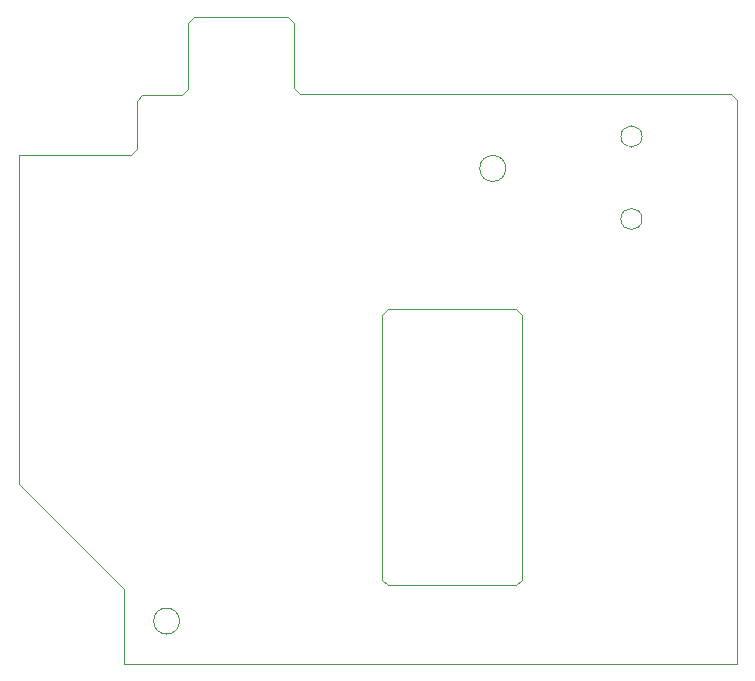
<source format=gko>
G04 #@! TF.FileFunction,Profile,NP*
%FSLAX46Y46*%
G04 Gerber Fmt 4.6, Leading zero omitted, Abs format (unit mm)*
G04 Created by KiCad (PCBNEW 4.0.1-stable) date 2016/08/24 23:14:12*
%MOMM*%
G01*
G04 APERTURE LIST*
%ADD10C,0.100000*%
G04 APERTURE END LIST*
D10*
X149399126Y-102463600D02*
G75*
G03X149399126Y-102463600I-898026J0D01*
G01*
X149399126Y-95478600D02*
G75*
G03X149399126Y-95478600I-898026J0D01*
G01*
X119941100Y-91409600D02*
X119941100Y-85869600D01*
X111441100Y-85369600D02*
X119441100Y-85369600D01*
X119941100Y-85869600D02*
X119441100Y-85369600D01*
X110941100Y-91439600D02*
X110941100Y-85869600D01*
X110941100Y-85869600D02*
X111441100Y-85369600D01*
X107111100Y-91939600D02*
X110441100Y-91939600D01*
X110441100Y-91939600D02*
X110941100Y-91439600D01*
X106601100Y-96539600D02*
X106601100Y-92439600D01*
X107101100Y-91939600D02*
X107111100Y-91939600D01*
X106601100Y-92439600D02*
X107101100Y-91939600D01*
X96611100Y-97029600D02*
X106111100Y-97029600D01*
X106111100Y-97029600D02*
X106601100Y-96539600D01*
X157411100Y-140159600D02*
X105521100Y-140159600D01*
X157411100Y-92409600D02*
X157411100Y-140159600D01*
X156911100Y-91909600D02*
X157411100Y-92409600D01*
X120441100Y-91909600D02*
X156911100Y-91909600D01*
X119941100Y-91409600D02*
X120441100Y-91909600D01*
X96611100Y-124919600D02*
X96611100Y-97029600D01*
X105521100Y-133829600D02*
X96611100Y-124919600D01*
X105521100Y-140159600D02*
X105521100Y-133829600D01*
X138761100Y-133479600D02*
X127851100Y-133479600D01*
X139251100Y-132989600D02*
X138761100Y-133479600D01*
X139251100Y-110589600D02*
X139251100Y-132989600D01*
X138751100Y-110089600D02*
X139251100Y-110589600D01*
X127851100Y-110089600D02*
X138751100Y-110089600D01*
X127361100Y-110579600D02*
X127851100Y-110089600D01*
X127361100Y-132989600D02*
X127361100Y-110579600D01*
X127851100Y-133479600D02*
X127361100Y-132989600D01*
X137860700Y-98186800D02*
G75*
G03X137860700Y-98186800I-1100000J0D01*
G01*
X110240700Y-136506800D02*
G75*
G03X110240700Y-136506800I-1100000J0D01*
G01*
M02*

</source>
